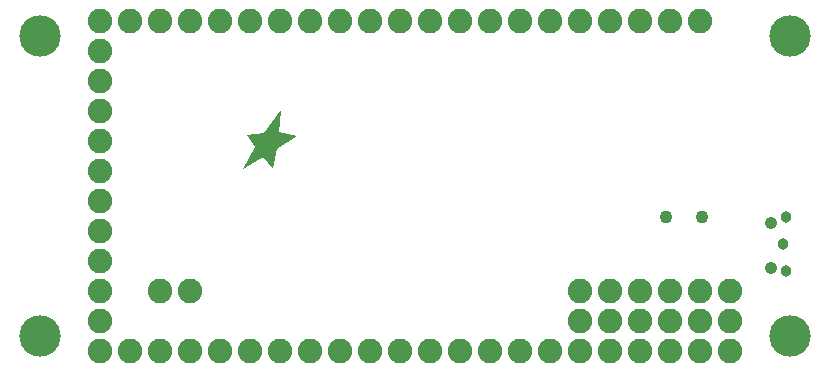
<source format=gbr>
G04 EAGLE Gerber RS-274X export*
G75*
%MOMM*%
%FSLAX34Y34*%
%LPD*%
%INSoldermask Bottom*%
%IPPOS*%
%AMOC8*
5,1,8,0,0,1.08239X$1,22.5*%
G01*
%ADD10C,2.082800*%
%ADD11C,3.505200*%
%ADD12C,1.103200*%
%ADD13C,0.965200*%
%ADD14C,1.053200*%

G36*
X222276Y166858D02*
X222276Y166858D01*
X222298Y166869D01*
X225343Y183359D01*
X242343Y194777D01*
X242348Y194790D01*
X242360Y194795D01*
X242354Y194808D01*
X242363Y194833D01*
X242337Y194842D01*
X242326Y194866D01*
X227636Y197906D01*
X228649Y215389D01*
X228639Y215404D01*
X228639Y215422D01*
X228627Y215422D01*
X228616Y215439D01*
X228605Y215431D01*
X228600Y215439D01*
X228598Y215439D01*
X228576Y215421D01*
X228560Y215421D01*
X214858Y196897D01*
X200148Y195629D01*
X200143Y195624D01*
X200136Y195627D01*
X200132Y195615D01*
X200104Y195589D01*
X200118Y195573D01*
X200112Y195552D01*
X206952Y185671D01*
X196807Y166901D01*
X196810Y166883D01*
X196802Y166866D01*
X196813Y166861D01*
X196816Y166843D01*
X196846Y166847D01*
X196875Y166835D01*
X214110Y176721D01*
X222212Y166847D01*
X222223Y166844D01*
X222228Y166834D01*
X222241Y166840D01*
X222270Y166833D01*
X222276Y166858D01*
G37*
D10*
X508000Y63500D03*
X508000Y38100D03*
X508000Y12700D03*
X533400Y63500D03*
X533400Y38100D03*
X533400Y12700D03*
X558800Y63500D03*
X558800Y38100D03*
X558800Y12700D03*
D11*
X660400Y279400D03*
X660400Y25400D03*
X25400Y279400D03*
X25400Y25400D03*
D10*
X584200Y63500D03*
X584200Y38100D03*
X584200Y12700D03*
X127000Y63500D03*
X482600Y12700D03*
X482600Y38100D03*
X482600Y63500D03*
X457200Y12700D03*
X431800Y12700D03*
X406400Y12700D03*
X381000Y12700D03*
X355600Y12700D03*
X330200Y12700D03*
X304800Y12700D03*
X279400Y12700D03*
X254000Y12700D03*
X228600Y12700D03*
X203200Y12700D03*
X177800Y12700D03*
X152400Y12700D03*
X127000Y12700D03*
X101600Y12700D03*
X76200Y12700D03*
X558800Y292100D03*
X533400Y292100D03*
X508000Y292100D03*
X482600Y292100D03*
X457200Y292100D03*
X431800Y292100D03*
X406400Y292100D03*
X381000Y292100D03*
X355600Y292100D03*
X330200Y292100D03*
X304800Y292100D03*
X279400Y292100D03*
X254000Y292100D03*
X228600Y292100D03*
X203200Y292100D03*
X177800Y292100D03*
X152400Y292100D03*
X127000Y292100D03*
X101600Y292100D03*
X609600Y12700D03*
X609600Y38100D03*
X609600Y63500D03*
X584200Y292100D03*
D12*
X585230Y126365D03*
X555230Y126365D03*
D10*
X76200Y38100D03*
X76200Y63500D03*
X76200Y88900D03*
X76200Y114300D03*
X76200Y139700D03*
X76200Y165100D03*
X76200Y190500D03*
X76200Y215900D03*
X76200Y241300D03*
X76200Y266700D03*
X76200Y292100D03*
X152400Y63500D03*
D13*
X656590Y125730D03*
X654050Y102870D03*
X656590Y80010D03*
D14*
X643480Y82600D03*
X643480Y120600D03*
M02*

</source>
